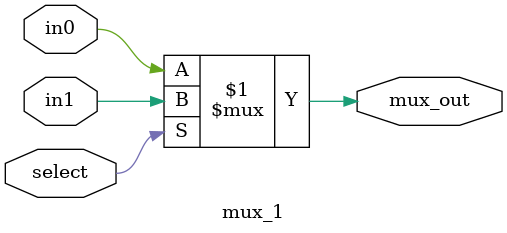
<source format=v>
`timescale 1ns/1ps

module  mux_1 (
          in0,
	  in1,
	  select,
	  mux_out
               );

input   in0 ;
input   in1 ;
input          select ;
output  mux_out ;


wire   mux_out ;


assign mux_out =  (select) ? in1 : in0 ;

endmodule

</source>
